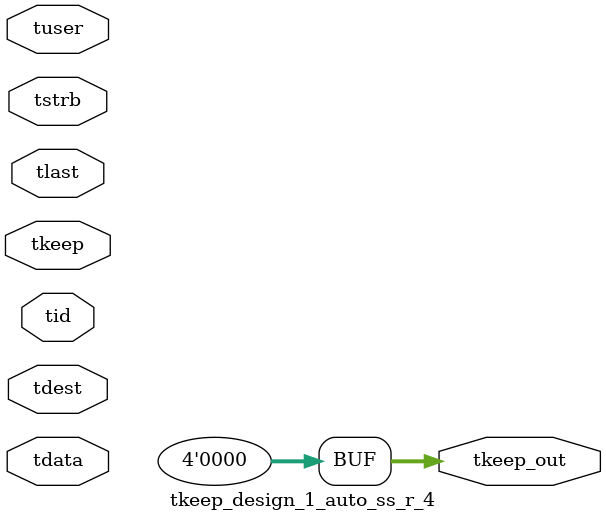
<source format=v>


`timescale 1ps/1ps

module tkeep_design_1_auto_ss_r_4 #
(
parameter C_S_AXIS_TDATA_WIDTH = 32,
parameter C_S_AXIS_TUSER_WIDTH = 0,
parameter C_S_AXIS_TID_WIDTH   = 0,
parameter C_S_AXIS_TDEST_WIDTH = 0,
parameter C_M_AXIS_TDATA_WIDTH = 32
)
(
input  [(C_S_AXIS_TDATA_WIDTH == 0 ? 1 : C_S_AXIS_TDATA_WIDTH)-1:0     ] tdata,
input  [(C_S_AXIS_TUSER_WIDTH == 0 ? 1 : C_S_AXIS_TUSER_WIDTH)-1:0     ] tuser,
input  [(C_S_AXIS_TID_WIDTH   == 0 ? 1 : C_S_AXIS_TID_WIDTH)-1:0       ] tid,
input  [(C_S_AXIS_TDEST_WIDTH == 0 ? 1 : C_S_AXIS_TDEST_WIDTH)-1:0     ] tdest,
input  [(C_S_AXIS_TDATA_WIDTH/8)-1:0 ] tkeep,
input  [(C_S_AXIS_TDATA_WIDTH/8)-1:0 ] tstrb,
input                                                                    tlast,
output [(C_M_AXIS_TDATA_WIDTH/8)-1:0 ] tkeep_out
);

assign tkeep_out = {1'b0};

endmodule


</source>
